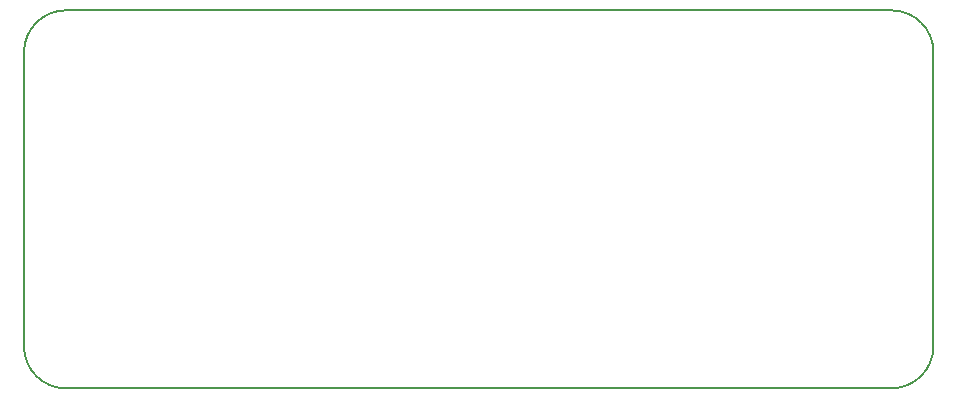
<source format=gbr>
%TF.GenerationSoftware,KiCad,Pcbnew,6.0.11-2627ca5db0~126~ubuntu22.04.1*%
%TF.CreationDate,2024-02-01T14:55:18+01:00*%
%TF.ProjectId,GrooveBox,47726f6f-7665-4426-9f78-2e6b69636164,rev?*%
%TF.SameCoordinates,Original*%
%TF.FileFunction,Profile,NP*%
%FSLAX46Y46*%
G04 Gerber Fmt 4.6, Leading zero omitted, Abs format (unit mm)*
G04 Created by KiCad (PCBNEW 6.0.11-2627ca5db0~126~ubuntu22.04.1) date 2024-02-01 14:55:18*
%MOMM*%
%LPD*%
G01*
G04 APERTURE LIST*
%TA.AperFunction,Profile*%
%ADD10C,0.200000*%
%TD*%
G04 APERTURE END LIST*
D10*
X74800000Y-112500000D02*
G75*
G03*
X78300000Y-116000000I3551900J51900D01*
G01*
X148300000Y-84000000D02*
X78300000Y-84000000D01*
X151800000Y-87500000D02*
X151800000Y-112500000D01*
X78300000Y-84000000D02*
G75*
G03*
X74800000Y-87500000I49800J-3549800D01*
G01*
X148300000Y-116000000D02*
G75*
G03*
X151800000Y-112500000I-60300J3560300D01*
G01*
X151800000Y-87500000D02*
G75*
G03*
X148300000Y-84000000I-3544700J-44700D01*
G01*
X74800000Y-87500000D02*
X74800000Y-112500000D01*
X148300000Y-116000000D02*
X78300000Y-116000000D01*
M02*

</source>
